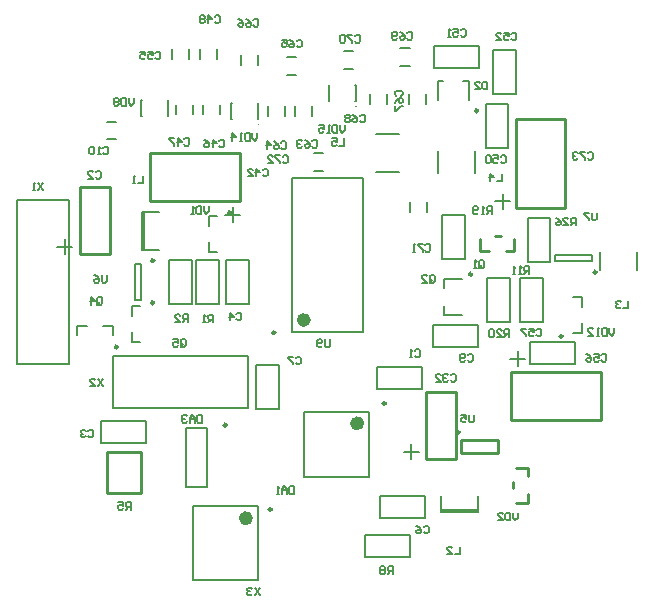
<source format=gbo>
%FSLAX25Y25*%
%MOIN*%
G70*
G01*
G75*
G04 Layer_Color=32896*
%ADD10C,0.01000*%
%ADD11C,0.04000*%
%ADD12C,0.02000*%
%ADD13R,0.08661X0.03937*%
%ADD14R,0.08661X0.12992*%
G04:AMPARAMS|DCode=15|XSize=62.99mil|YSize=39.37mil|CornerRadius=9.84mil|HoleSize=0mil|Usage=FLASHONLY|Rotation=0.000|XOffset=0mil|YOffset=0mil|HoleType=Round|Shape=RoundedRectangle|*
%AMROUNDEDRECTD15*
21,1,0.06299,0.01969,0,0,0.0*
21,1,0.04331,0.03937,0,0,0.0*
1,1,0.01969,0.02165,-0.00984*
1,1,0.01969,-0.02165,-0.00984*
1,1,0.01969,-0.02165,0.00984*
1,1,0.01969,0.02165,0.00984*
%
%ADD15ROUNDEDRECTD15*%
G04:AMPARAMS|DCode=16|XSize=62.99mil|YSize=39.37mil|CornerRadius=9.84mil|HoleSize=0mil|Usage=FLASHONLY|Rotation=90.000|XOffset=0mil|YOffset=0mil|HoleType=Round|Shape=RoundedRectangle|*
%AMROUNDEDRECTD16*
21,1,0.06299,0.01969,0,0,90.0*
21,1,0.04331,0.03937,0,0,90.0*
1,1,0.01969,0.00984,0.02165*
1,1,0.01969,0.00984,-0.02165*
1,1,0.01969,-0.00984,-0.02165*
1,1,0.01969,-0.00984,0.02165*
%
%ADD16ROUNDEDRECTD16*%
%ADD17R,0.01378X0.04921*%
G04:AMPARAMS|DCode=18|XSize=47.24mil|YSize=59.06mil|CornerRadius=11.81mil|HoleSize=0mil|Usage=FLASHONLY|Rotation=0.000|XOffset=0mil|YOffset=0mil|HoleType=Round|Shape=RoundedRectangle|*
%AMROUNDEDRECTD18*
21,1,0.04724,0.03543,0,0,0.0*
21,1,0.02362,0.05906,0,0,0.0*
1,1,0.02362,0.01181,-0.01772*
1,1,0.02362,-0.01181,-0.01772*
1,1,0.02362,-0.01181,0.01772*
1,1,0.02362,0.01181,0.01772*
%
%ADD18ROUNDEDRECTD18*%
G04:AMPARAMS|DCode=19|XSize=47.24mil|YSize=59.06mil|CornerRadius=11.81mil|HoleSize=0mil|Usage=FLASHONLY|Rotation=270.000|XOffset=0mil|YOffset=0mil|HoleType=Round|Shape=RoundedRectangle|*
%AMROUNDEDRECTD19*
21,1,0.04724,0.03543,0,0,270.0*
21,1,0.02362,0.05906,0,0,270.0*
1,1,0.02362,-0.01772,-0.01181*
1,1,0.02362,-0.01772,0.01181*
1,1,0.02362,0.01772,0.01181*
1,1,0.02362,0.01772,-0.01181*
%
%ADD19ROUNDEDRECTD19*%
%ADD20O,0.06890X0.01772*%
%ADD21R,0.02362X0.01969*%
%ADD22R,0.04921X0.01378*%
%ADD23R,0.13780X0.04724*%
%ADD24R,0.04331X0.02559*%
%ADD25R,0.03937X0.08661*%
%ADD26R,0.12992X0.08661*%
%ADD27R,0.10236X0.06102*%
%ADD28R,0.04724X0.13780*%
%ADD29R,0.03937X0.01969*%
%ADD30C,0.11811*%
%ADD31C,0.00800*%
%ADD32C,0.23622*%
%ADD33C,0.05000*%
%ADD34R,0.05906X0.03150*%
%ADD35R,0.11811X0.08268*%
%ADD36R,0.07874X0.14764*%
%ADD37R,0.05118X0.02362*%
%ADD38R,0.12992X0.05512*%
%ADD39R,0.02559X0.04331*%
%ADD40R,0.07874X0.05906*%
%ADD41O,0.05000X0.02992*%
%ADD42R,0.03543X0.03740*%
%ADD43R,0.03543X0.03740*%
%ADD44O,0.07087X0.01181*%
%ADD45O,0.01181X0.07087*%
%ADD46O,0.08661X0.02362*%
%ADD47R,0.07480X0.13386*%
%ADD48R,0.13386X0.07480*%
%ADD49R,0.08268X0.11811*%
%ADD50R,0.03150X0.05906*%
%ADD51R,0.05512X0.03937*%
%ADD52R,0.03937X0.03347*%
%ADD53R,0.03937X0.05512*%
%ADD54R,0.01969X0.03937*%
%ADD55R,0.06299X0.13386*%
%ADD56R,0.13386X0.06299*%
%ADD57R,0.02362X0.05118*%
%ADD58O,0.09055X0.02362*%
%ADD59R,0.14764X0.07874*%
%ADD60C,0.00984*%
%ADD61C,0.00394*%
%ADD62C,0.02362*%
%ADD63C,0.00787*%
%ADD64R,0.09461X0.04737*%
%ADD65R,0.09461X0.13792*%
G04:AMPARAMS|DCode=66|XSize=70.99mil|YSize=47.37mil|CornerRadius=13.84mil|HoleSize=0mil|Usage=FLASHONLY|Rotation=0.000|XOffset=0mil|YOffset=0mil|HoleType=Round|Shape=RoundedRectangle|*
%AMROUNDEDRECTD66*
21,1,0.07099,0.01969,0,0,0.0*
21,1,0.04331,0.04737,0,0,0.0*
1,1,0.02769,0.02165,-0.00984*
1,1,0.02769,-0.02165,-0.00984*
1,1,0.02769,-0.02165,0.00984*
1,1,0.02769,0.02165,0.00984*
%
%ADD66ROUNDEDRECTD66*%
G04:AMPARAMS|DCode=67|XSize=70.99mil|YSize=47.37mil|CornerRadius=13.84mil|HoleSize=0mil|Usage=FLASHONLY|Rotation=90.000|XOffset=0mil|YOffset=0mil|HoleType=Round|Shape=RoundedRectangle|*
%AMROUNDEDRECTD67*
21,1,0.07099,0.01969,0,0,90.0*
21,1,0.04331,0.04737,0,0,90.0*
1,1,0.02769,0.00984,0.02165*
1,1,0.02769,0.00984,-0.02165*
1,1,0.02769,-0.00984,-0.02165*
1,1,0.02769,-0.00984,0.02165*
%
%ADD67ROUNDEDRECTD67*%
%ADD68R,0.02178X0.05721*%
G04:AMPARAMS|DCode=69|XSize=55.24mil|YSize=67.06mil|CornerRadius=15.81mil|HoleSize=0mil|Usage=FLASHONLY|Rotation=0.000|XOffset=0mil|YOffset=0mil|HoleType=Round|Shape=RoundedRectangle|*
%AMROUNDEDRECTD69*
21,1,0.05524,0.03543,0,0,0.0*
21,1,0.02362,0.06706,0,0,0.0*
1,1,0.03162,0.01181,-0.01772*
1,1,0.03162,-0.01181,-0.01772*
1,1,0.03162,-0.01181,0.01772*
1,1,0.03162,0.01181,0.01772*
%
%ADD69ROUNDEDRECTD69*%
G04:AMPARAMS|DCode=70|XSize=55.24mil|YSize=67.06mil|CornerRadius=15.81mil|HoleSize=0mil|Usage=FLASHONLY|Rotation=270.000|XOffset=0mil|YOffset=0mil|HoleType=Round|Shape=RoundedRectangle|*
%AMROUNDEDRECTD70*
21,1,0.05524,0.03543,0,0,270.0*
21,1,0.02362,0.06706,0,0,270.0*
1,1,0.03162,-0.01772,-0.01181*
1,1,0.03162,-0.01772,0.01181*
1,1,0.03162,0.01772,0.01181*
1,1,0.03162,0.01772,-0.01181*
%
%ADD70ROUNDEDRECTD70*%
%ADD71O,0.07690X0.02572*%
%ADD72R,0.03162X0.02769*%
%ADD73R,0.05721X0.02178*%
%ADD74R,0.14579X0.05524*%
%ADD75R,0.05131X0.03359*%
%ADD76R,0.04737X0.09461*%
%ADD77R,0.13792X0.09461*%
%ADD78R,0.11036X0.06902*%
%ADD79R,0.05524X0.14579*%
%ADD80R,0.04737X0.02769*%
%ADD81C,0.12611*%
%ADD82C,0.24422*%
%ADD83C,0.05800*%
%ADD84R,0.06706X0.03950*%
%ADD85R,0.12611X0.09068*%
%ADD86R,0.08674X0.15564*%
%ADD87R,0.05918X0.03162*%
%ADD88R,0.13792X0.06312*%
%ADD89R,0.03359X0.05131*%
%ADD90R,0.08674X0.06706*%
%ADD91O,0.05800X0.03792*%
%ADD92R,0.04343X0.04540*%
%ADD93R,0.04343X0.04540*%
%ADD94O,0.07887X0.01981*%
%ADD95O,0.01981X0.07887*%
%ADD96O,0.09461X0.03162*%
%ADD97R,0.08280X0.14186*%
%ADD98R,0.14186X0.08280*%
%ADD99R,0.09068X0.12611*%
%ADD100R,0.03950X0.06706*%
%ADD101R,0.06312X0.04737*%
%ADD102R,0.04737X0.04147*%
%ADD103R,0.04737X0.06312*%
%ADD104R,0.02769X0.04737*%
%ADD105R,0.07099X0.14186*%
%ADD106R,0.14186X0.07099*%
%ADD107R,0.03162X0.05918*%
%ADD108O,0.09855X0.03162*%
%ADD109R,0.15564X0.08674*%
%ADD110C,0.00984*%
%ADD111C,0.00500*%
D10*
X330102Y164937D02*
G03*
X330102Y164937I-502J0D01*
G01*
X352800Y141500D02*
Y144287D01*
X348800Y141500D02*
X352800D01*
X347772Y146224D02*
Y148224D01*
X352800Y150193D02*
Y152850D01*
X348800D02*
X352800D01*
X337000Y225200D02*
X339787D01*
X337000D02*
Y229200D01*
X341724Y230228D02*
X343724D01*
X345693Y225200D02*
X348350D01*
Y229200D01*
X330693Y162378D02*
X342898D01*
Y158047D02*
Y162378D01*
X330693Y158047D02*
X342898D01*
X330693D02*
Y161984D01*
D31*
X191100Y248099D02*
X189434Y245600D01*
Y248099D02*
X191100Y245600D01*
X188601D02*
X187768D01*
X188184D01*
Y248099D01*
X188601Y247683D01*
X212400Y217299D02*
Y215216D01*
X211983Y214800D01*
X211150D01*
X210734Y215216D01*
Y217299D01*
X208235D02*
X209068Y216883D01*
X209901Y216050D01*
Y215216D01*
X209484Y214800D01*
X208651D01*
X208235Y215216D01*
Y215633D01*
X208651Y216050D01*
X209901D01*
X353200Y217700D02*
Y220199D01*
X351950D01*
X351534Y219783D01*
Y218950D01*
X351950Y218533D01*
X353200D01*
X352367D02*
X351534Y217700D01*
X350701D02*
X349868D01*
X350284D01*
Y220199D01*
X350701Y219783D01*
X348618Y217700D02*
X347785D01*
X348202D01*
Y220199D01*
X348618Y219783D01*
X355634Y199083D02*
X356050Y199499D01*
X356884D01*
X357300Y199083D01*
Y197416D01*
X356884Y197000D01*
X356050D01*
X355634Y197416D01*
X353135Y199499D02*
X354801D01*
Y198250D01*
X353968Y198666D01*
X353551D01*
X353135Y198250D01*
Y197416D01*
X353551Y197000D01*
X354384D01*
X354801Y197416D01*
X352302Y199499D02*
X350636D01*
Y199083D01*
X352302Y197416D01*
Y197000D01*
X377334Y190583D02*
X377750Y190999D01*
X378584D01*
X379000Y190583D01*
Y188917D01*
X378584Y188500D01*
X377750D01*
X377334Y188917D01*
X374835Y190999D02*
X376501D01*
Y189750D01*
X375668Y190166D01*
X375251D01*
X374835Y189750D01*
Y188917D01*
X375251Y188500D01*
X376084D01*
X376501Y188917D01*
X372336Y190999D02*
X373169Y190583D01*
X374002Y189750D01*
Y188917D01*
X373585Y188500D01*
X372752D01*
X372336Y188917D01*
Y189333D01*
X372752Y189750D01*
X374002D01*
X381600Y199599D02*
Y197933D01*
X380767Y197100D01*
X379934Y197933D01*
Y199599D01*
X379101D02*
Y197100D01*
X377851D01*
X377435Y197517D01*
Y199183D01*
X377851Y199599D01*
X379101D01*
X376602Y197100D02*
X375769D01*
X376185D01*
Y199599D01*
X376602Y199183D01*
X372853Y197100D02*
X374519D01*
X372853Y198766D01*
Y199183D01*
X373269Y199599D01*
X374102D01*
X374519Y199183D01*
X386300Y208799D02*
Y206300D01*
X384634D01*
X383801Y208383D02*
X383384Y208799D01*
X382551D01*
X382135Y208383D01*
Y207966D01*
X382551Y207550D01*
X382968D01*
X382551D01*
X382135Y207133D01*
Y206716D01*
X382551Y206300D01*
X383384D01*
X383801Y206716D01*
X375700Y238099D02*
Y236017D01*
X375284Y235600D01*
X374450D01*
X374034Y236017D01*
Y238099D01*
X373201D02*
X371535D01*
Y237683D01*
X373201Y236017D01*
Y235600D01*
X368700Y233900D02*
Y236399D01*
X367450D01*
X367034Y235983D01*
Y235150D01*
X367450Y234733D01*
X368700D01*
X367867D02*
X367034Y233900D01*
X364535D02*
X366201D01*
X364535Y235566D01*
Y235983D01*
X364951Y236399D01*
X365784D01*
X366201Y235983D01*
X362035Y236399D02*
X362869Y235983D01*
X363702Y235150D01*
Y234316D01*
X363285Y233900D01*
X362452D01*
X362035Y234316D01*
Y234733D01*
X362452Y235150D01*
X363702D01*
X291800Y267299D02*
Y265633D01*
X290967Y264800D01*
X290134Y265633D01*
Y267299D01*
X289301D02*
Y264800D01*
X288051D01*
X287635Y265216D01*
Y266883D01*
X288051Y267299D01*
X289301D01*
X286802Y264800D02*
X285969D01*
X286385D01*
Y267299D01*
X286802Y266883D01*
X283053Y267299D02*
X284719D01*
Y266050D01*
X283886Y266466D01*
X283469D01*
X283053Y266050D01*
Y265216D01*
X283469Y264800D01*
X284302D01*
X284719Y265216D01*
X275734Y295283D02*
X276150Y295699D01*
X276983D01*
X277400Y295283D01*
Y293617D01*
X276983Y293200D01*
X276150D01*
X275734Y293617D01*
X273235Y295699D02*
X274068Y295283D01*
X274901Y294450D01*
Y293617D01*
X274484Y293200D01*
X273651D01*
X273235Y293617D01*
Y294033D01*
X273651Y294450D01*
X274901D01*
X270736Y295699D02*
X272402D01*
Y294450D01*
X271569Y294866D01*
X271152D01*
X270736Y294450D01*
Y293617D01*
X271152Y293200D01*
X271985D01*
X272402Y293617D01*
X280934Y261883D02*
X281350Y262299D01*
X282184D01*
X282600Y261883D01*
Y260216D01*
X282184Y259800D01*
X281350D01*
X280934Y260216D01*
X278435Y262299D02*
X279268Y261883D01*
X280101Y261050D01*
Y260216D01*
X279684Y259800D01*
X278851D01*
X278435Y260216D01*
Y260633D01*
X278851Y261050D01*
X280101D01*
X277602Y261883D02*
X277185Y262299D01*
X276352D01*
X275936Y261883D01*
Y261466D01*
X276352Y261050D01*
X276769D01*
X276352D01*
X275936Y260633D01*
Y260216D01*
X276352Y259800D01*
X277185D01*
X277602Y260216D01*
X270534Y261483D02*
X270950Y261899D01*
X271783D01*
X272200Y261483D01*
Y259817D01*
X271783Y259400D01*
X270950D01*
X270534Y259817D01*
X268035Y261899D02*
X268868Y261483D01*
X269701Y260650D01*
Y259817D01*
X269284Y259400D01*
X268451D01*
X268035Y259817D01*
Y260233D01*
X268451Y260650D01*
X269701D01*
X265952Y259400D02*
Y261899D01*
X267202Y260650D01*
X265535D01*
X262600Y264599D02*
Y262933D01*
X261767Y262100D01*
X260934Y262933D01*
Y264599D01*
X260101D02*
Y262100D01*
X258851D01*
X258435Y262516D01*
Y264183D01*
X258851Y264599D01*
X260101D01*
X257602Y262100D02*
X256769D01*
X257185D01*
Y264599D01*
X257602Y264183D01*
X254269Y262100D02*
Y264599D01*
X255519Y263350D01*
X253853D01*
X248434Y303483D02*
X248850Y303899D01*
X249683D01*
X250100Y303483D01*
Y301817D01*
X249683Y301400D01*
X248850D01*
X248434Y301817D01*
X246351Y301400D02*
Y303899D01*
X247601Y302650D01*
X245935D01*
X245102Y303483D02*
X244685Y303899D01*
X243852D01*
X243436Y303483D01*
Y303066D01*
X243852Y302650D01*
X243436Y302233D01*
Y301817D01*
X243852Y301400D01*
X244685D01*
X245102Y301817D01*
Y302233D01*
X244685Y302650D01*
X245102Y303066D01*
Y303483D01*
X244685Y302650D02*
X243852D01*
X228634Y291383D02*
X229050Y291799D01*
X229884D01*
X230300Y291383D01*
Y289717D01*
X229884Y289300D01*
X229050D01*
X228634Y289717D01*
X226135Y291799D02*
X227801D01*
Y290550D01*
X226968Y290966D01*
X226551D01*
X226135Y290550D01*
Y289717D01*
X226551Y289300D01*
X227384D01*
X227801Y289717D01*
X223636Y291799D02*
X225302D01*
Y290550D01*
X224469Y290966D01*
X224052D01*
X223636Y290550D01*
Y289717D01*
X224052Y289300D01*
X224885D01*
X225302Y289717D01*
X249934Y262083D02*
X250350Y262499D01*
X251184D01*
X251600Y262083D01*
Y260417D01*
X251184Y260000D01*
X250350D01*
X249934Y260417D01*
X247851Y260000D02*
Y262499D01*
X249101Y261250D01*
X247435D01*
X244935Y262499D02*
X245769Y262083D01*
X246602Y261250D01*
Y260417D01*
X246185Y260000D01*
X245352D01*
X244935Y260417D01*
Y260833D01*
X245352Y261250D01*
X246602D01*
X238234Y262583D02*
X238650Y262999D01*
X239483D01*
X239900Y262583D01*
Y260916D01*
X239483Y260500D01*
X238650D01*
X238234Y260916D01*
X236151Y260500D02*
Y262999D01*
X237401Y261750D01*
X235735D01*
X234902Y262999D02*
X233236D01*
Y262583D01*
X234902Y260916D01*
Y260500D01*
X221400Y276299D02*
Y274633D01*
X220567Y273800D01*
X219734Y274633D01*
Y276299D01*
X218901D02*
Y273800D01*
X217651D01*
X217235Y274217D01*
Y275883D01*
X217651Y276299D01*
X218901D01*
X216402Y275883D02*
X215985Y276299D01*
X215152D01*
X214736Y275883D01*
Y275466D01*
X215152Y275050D01*
X214736Y274633D01*
Y274217D01*
X215152Y273800D01*
X215985D01*
X216402Y274217D01*
Y274633D01*
X215985Y275050D01*
X216402Y275466D01*
Y275883D01*
X215985Y275050D02*
X215152D01*
X264434Y252383D02*
X264850Y252799D01*
X265684D01*
X266100Y252383D01*
Y250716D01*
X265684Y250300D01*
X264850D01*
X264434Y250716D01*
X262351Y250300D02*
Y252799D01*
X263601Y251550D01*
X261935D01*
X259436Y250300D02*
X261102D01*
X259436Y251966D01*
Y252383D01*
X259852Y252799D01*
X260685D01*
X261102Y252383D01*
X296834Y270383D02*
X297250Y270799D01*
X298083D01*
X298500Y270383D01*
Y268717D01*
X298083Y268300D01*
X297250D01*
X296834Y268717D01*
X294335Y270799D02*
X295168Y270383D01*
X296001Y269550D01*
Y268717D01*
X295584Y268300D01*
X294751D01*
X294335Y268717D01*
Y269133D01*
X294751Y269550D01*
X296001D01*
X293502Y270383D02*
X293085Y270799D01*
X292252D01*
X291835Y270383D01*
Y269966D01*
X292252Y269550D01*
X291835Y269133D01*
Y268717D01*
X292252Y268300D01*
X293085D01*
X293502Y268717D01*
Y269133D01*
X293085Y269550D01*
X293502Y269966D01*
Y270383D01*
X293085Y269550D02*
X292252D01*
X309017Y277134D02*
X308601Y277550D01*
Y278383D01*
X309017Y278800D01*
X310683D01*
X311100Y278383D01*
Y277550D01*
X310683Y277134D01*
X308601Y274635D02*
X309017Y275468D01*
X309850Y276301D01*
X310683D01*
X311100Y275884D01*
Y275051D01*
X310683Y274635D01*
X310267D01*
X309850Y275051D01*
Y276301D01*
X308601Y273802D02*
Y272135D01*
X309017D01*
X310683Y273802D01*
X311100D01*
X295134Y296883D02*
X295550Y297299D01*
X296384D01*
X296800Y296883D01*
Y295216D01*
X296384Y294800D01*
X295550D01*
X295134Y295216D01*
X294301Y297299D02*
X292635D01*
Y296883D01*
X294301Y295216D01*
Y294800D01*
X291802Y296883D02*
X291385Y297299D01*
X290552D01*
X290136Y296883D01*
Y295216D01*
X290552Y294800D01*
X291385D01*
X291802Y295216D01*
Y296883D01*
X312534Y297883D02*
X312950Y298299D01*
X313784D01*
X314200Y297883D01*
Y296217D01*
X313784Y295800D01*
X312950D01*
X312534Y296217D01*
X310035Y298299D02*
X310868Y297883D01*
X311701Y297050D01*
Y296217D01*
X311284Y295800D01*
X310451D01*
X310035Y296217D01*
Y296633D01*
X310451Y297050D01*
X311701D01*
X309202Y296217D02*
X308785Y295800D01*
X307952D01*
X307536Y296217D01*
Y297883D01*
X307952Y298299D01*
X308785D01*
X309202Y297883D01*
Y297466D01*
X308785Y297050D01*
X307536D01*
X327034Y183883D02*
X327450Y184299D01*
X328284D01*
X328700Y183883D01*
Y182217D01*
X328284Y181800D01*
X327450D01*
X327034Y182217D01*
X326201Y183883D02*
X325784Y184299D01*
X324951D01*
X324535Y183883D01*
Y183466D01*
X324951Y183050D01*
X325368D01*
X324951D01*
X324535Y182633D01*
Y182217D01*
X324951Y181800D01*
X325784D01*
X326201Y182217D01*
X322036Y181800D02*
X323702D01*
X322036Y183466D01*
Y183883D01*
X322452Y184299D01*
X323285D01*
X323702Y183883D01*
X263400Y113099D02*
X261734Y110600D01*
Y113099D02*
X263400Y110600D01*
X260901Y112683D02*
X260484Y113099D01*
X259651D01*
X259235Y112683D01*
Y112266D01*
X259651Y111850D01*
X260068D01*
X259651D01*
X259235Y111433D01*
Y111016D01*
X259651Y110600D01*
X260484D01*
X260901Y111016D01*
X339300Y281799D02*
Y279300D01*
X338050D01*
X337634Y279716D01*
Y281383D01*
X338050Y281799D01*
X339300D01*
X335135Y279300D02*
X336801D01*
X335135Y280966D01*
Y281383D01*
X335551Y281799D01*
X336384D01*
X336801Y281383D01*
X220400Y139100D02*
Y141599D01*
X219150D01*
X218734Y141183D01*
Y140350D01*
X219150Y139933D01*
X220400D01*
X219567D02*
X218734Y139100D01*
X216235Y141599D02*
X217901D01*
Y140350D01*
X217068Y140766D01*
X216651D01*
X216235Y140350D01*
Y139516D01*
X216651Y139100D01*
X217484D01*
X217901Y139516D01*
X332734Y190583D02*
X333150Y190999D01*
X333983D01*
X334400Y190583D01*
Y188917D01*
X333983Y188500D01*
X333150D01*
X332734Y188917D01*
X331901D02*
X331484Y188500D01*
X330651D01*
X330235Y188917D01*
Y190583D01*
X330651Y190999D01*
X331484D01*
X331901Y190583D01*
Y190166D01*
X331484Y189750D01*
X330235D01*
X315184Y192133D02*
X315600Y192549D01*
X316434D01*
X316850Y192133D01*
Y190466D01*
X316434Y190050D01*
X315600D01*
X315184Y190466D01*
X314351Y190050D02*
X313518D01*
X313934D01*
Y192549D01*
X314351Y192133D01*
X208734Y251583D02*
X209150Y251999D01*
X209983D01*
X210400Y251583D01*
Y249917D01*
X209983Y249500D01*
X209150D01*
X208734Y249917D01*
X206235Y249500D02*
X207901D01*
X206235Y251166D01*
Y251583D01*
X206651Y251999D01*
X207484D01*
X207901Y251583D01*
X206268Y165311D02*
X206685Y165727D01*
X207518D01*
X207934Y165311D01*
Y163645D01*
X207518Y163228D01*
X206685D01*
X206268Y163645D01*
X205435Y165311D02*
X205019Y165727D01*
X204186D01*
X203769Y165311D01*
Y164894D01*
X204186Y164478D01*
X204602D01*
X204186D01*
X203769Y164061D01*
Y163645D01*
X204186Y163228D01*
X205019D01*
X205435Y163645D01*
X255634Y204283D02*
X256050Y204699D01*
X256884D01*
X257300Y204283D01*
Y202617D01*
X256884Y202200D01*
X256050D01*
X255634Y202617D01*
X253551Y202200D02*
Y204699D01*
X254801Y203450D01*
X253135D01*
X275434Y189683D02*
X275850Y190099D01*
X276683D01*
X277100Y189683D01*
Y188016D01*
X276683Y187600D01*
X275850D01*
X275434Y188016D01*
X274601Y190099D02*
X272935D01*
Y189683D01*
X274601Y188016D01*
Y187600D01*
X343734Y256783D02*
X344150Y257199D01*
X344984D01*
X345400Y256783D01*
Y255117D01*
X344984Y254700D01*
X344150D01*
X343734Y255117D01*
X341235Y257199D02*
X342901D01*
Y255950D01*
X342068Y256366D01*
X341651D01*
X341235Y255950D01*
Y255117D01*
X341651Y254700D01*
X342484D01*
X342901Y255117D01*
X340402Y256783D02*
X339985Y257199D01*
X339152D01*
X338736Y256783D01*
Y255117D01*
X339152Y254700D01*
X339985D01*
X340402Y255117D01*
Y256783D01*
X330434Y298883D02*
X330850Y299299D01*
X331683D01*
X332100Y298883D01*
Y297217D01*
X331683Y296800D01*
X330850D01*
X330434Y297217D01*
X327935Y299299D02*
X329601D01*
Y298050D01*
X328768Y298466D01*
X328351D01*
X327935Y298050D01*
Y297217D01*
X328351Y296800D01*
X329184D01*
X329601Y297217D01*
X327102Y296800D02*
X326269D01*
X326685D01*
Y299299D01*
X327102Y298883D01*
X347334Y297683D02*
X347750Y298099D01*
X348584D01*
X349000Y297683D01*
Y296017D01*
X348584Y295600D01*
X347750D01*
X347334Y296017D01*
X344835Y298099D02*
X346501D01*
Y296850D01*
X345668Y297266D01*
X345251D01*
X344835Y296850D01*
Y296017D01*
X345251Y295600D01*
X346084D01*
X346501Y296017D01*
X342336Y295600D02*
X344002D01*
X342336Y297266D01*
Y297683D01*
X342752Y298099D01*
X343585D01*
X344002Y297683D01*
X274900Y146899D02*
Y144400D01*
X273650D01*
X273234Y144817D01*
Y146483D01*
X273650Y146899D01*
X274900D01*
X272401Y144400D02*
Y146066D01*
X271568Y146899D01*
X270735Y146066D01*
Y144400D01*
Y145650D01*
X272401D01*
X269902Y144400D02*
X269069D01*
X269485D01*
Y146899D01*
X269902Y146483D01*
X244200Y170599D02*
Y168100D01*
X242950D01*
X242534Y168517D01*
Y170183D01*
X242950Y170599D01*
X244200D01*
X241701Y168100D02*
Y169766D01*
X240868Y170599D01*
X240035Y169766D01*
Y168100D01*
Y169350D01*
X241701D01*
X239202Y170183D02*
X238785Y170599D01*
X237952D01*
X237536Y170183D01*
Y169766D01*
X237952Y169350D01*
X238369D01*
X237952D01*
X237536Y168933D01*
Y168517D01*
X237952Y168100D01*
X238785D01*
X239202Y168517D01*
X224400Y250399D02*
Y247900D01*
X222734D01*
X221901D02*
X221068D01*
X221484D01*
Y250399D01*
X221901Y249983D01*
X330100Y126699D02*
Y124200D01*
X328434D01*
X325935D02*
X327601D01*
X325935Y125866D01*
Y126283D01*
X326351Y126699D01*
X327184D01*
X327601Y126283D01*
X247900Y201600D02*
Y204099D01*
X246650D01*
X246234Y203683D01*
Y202850D01*
X246650Y202433D01*
X247900D01*
X247067D02*
X246234Y201600D01*
X245401D02*
X244568D01*
X244984D01*
Y204099D01*
X245401Y203683D01*
X239500Y201700D02*
Y204199D01*
X238250D01*
X237834Y203783D01*
Y202950D01*
X238250Y202533D01*
X239500D01*
X238667D02*
X237834Y201700D01*
X235335D02*
X237001D01*
X235335Y203366D01*
Y203783D01*
X235751Y204199D01*
X236584D01*
X237001Y203783D01*
X307700Y117700D02*
Y120199D01*
X306450D01*
X306034Y119783D01*
Y118950D01*
X306450Y118533D01*
X307700D01*
X306867D02*
X306034Y117700D01*
X305201Y119783D02*
X304784Y120199D01*
X303951D01*
X303535Y119783D01*
Y119366D01*
X303951Y118950D01*
X303535Y118533D01*
Y118116D01*
X303951Y117700D01*
X304784D01*
X305201Y118116D01*
Y118533D01*
X304784Y118950D01*
X305201Y119366D01*
Y119783D01*
X304784Y118950D02*
X303951D01*
X246500Y240199D02*
Y238533D01*
X245667Y237700D01*
X244834Y238533D01*
Y240199D01*
X244001D02*
Y237700D01*
X242751D01*
X242335Y238117D01*
Y239783D01*
X242751Y240199D01*
X244001D01*
X241502Y237700D02*
X240669D01*
X241085D01*
Y240199D01*
X241502Y239783D01*
X211100Y182699D02*
X209434Y180200D01*
Y182699D02*
X211100Y180200D01*
X206935D02*
X208601D01*
X206935Y181866D01*
Y182283D01*
X207351Y182699D01*
X208184D01*
X208601Y182283D01*
X349500Y138099D02*
Y136433D01*
X348667Y135600D01*
X347834Y136433D01*
Y138099D01*
X347001D02*
Y135600D01*
X345751D01*
X345335Y136016D01*
Y137683D01*
X345751Y138099D01*
X347001D01*
X342835Y135600D02*
X344502D01*
X342835Y137266D01*
Y137683D01*
X343252Y138099D01*
X344085D01*
X344502Y137683D01*
X320034Y215216D02*
Y216883D01*
X320450Y217299D01*
X321284D01*
X321700Y216883D01*
Y215216D01*
X321284Y214800D01*
X320450D01*
X320867Y215633D02*
X320034Y214800D01*
X320450D02*
X320034Y215216D01*
X317535Y214800D02*
X319201D01*
X317535Y216466D01*
Y216883D01*
X317951Y217299D01*
X318784D01*
X319201Y216883D01*
X336534Y220116D02*
Y221783D01*
X336950Y222199D01*
X337784D01*
X338200Y221783D01*
Y220116D01*
X337784Y219700D01*
X336950D01*
X337367Y220533D02*
X336534Y219700D01*
X336950D02*
X336534Y220116D01*
X335701Y219700D02*
X334868D01*
X335284D01*
Y222199D01*
X335701Y221783D01*
X346600Y196700D02*
Y199199D01*
X345350D01*
X344934Y198783D01*
Y197950D01*
X345350Y197533D01*
X346600D01*
X345767D02*
X344934Y196700D01*
X342435D02*
X344101D01*
X342435Y198366D01*
Y198783D01*
X342851Y199199D01*
X343684D01*
X344101Y198783D01*
X341602D02*
X341185Y199199D01*
X340352D01*
X339935Y198783D01*
Y197116D01*
X340352Y196700D01*
X341185D01*
X341602Y197116D01*
Y198783D01*
X334800Y170699D02*
Y168616D01*
X334384Y168200D01*
X333550D01*
X333134Y168616D01*
Y170699D01*
X330635D02*
X332301D01*
Y169450D01*
X331468Y169866D01*
X331051D01*
X330635Y169450D01*
Y168616D01*
X331051Y168200D01*
X331884D01*
X332301Y168616D01*
X340800Y237700D02*
Y240199D01*
X339550D01*
X339134Y239783D01*
Y238950D01*
X339550Y238533D01*
X340800D01*
X339967D02*
X339134Y237700D01*
X338301D02*
X337468D01*
X337884D01*
Y240199D01*
X338301Y239783D01*
X336218Y238117D02*
X335802Y237700D01*
X334969D01*
X334552Y238117D01*
Y239783D01*
X334969Y240199D01*
X335802D01*
X336218Y239783D01*
Y239366D01*
X335802Y238950D01*
X334552D01*
X291600Y262899D02*
Y260400D01*
X289934D01*
X287435Y262899D02*
X289101D01*
Y261650D01*
X288268Y262066D01*
X287851D01*
X287435Y261650D01*
Y260817D01*
X287851Y260400D01*
X288684D01*
X289101Y260817D01*
X344100Y251099D02*
Y248600D01*
X342434D01*
X340351D02*
Y251099D01*
X341601Y249850D01*
X339935D01*
X209334Y207916D02*
Y209583D01*
X209750Y209999D01*
X210583D01*
X211000Y209583D01*
Y207916D01*
X210583Y207500D01*
X209750D01*
X210167Y208333D02*
X209334Y207500D01*
X209750D02*
X209334Y207916D01*
X207251Y207500D02*
Y209999D01*
X208501Y208750D01*
X206835D01*
X237034Y193916D02*
Y195583D01*
X237450Y195999D01*
X238283D01*
X238700Y195583D01*
Y193916D01*
X238283Y193500D01*
X237450D01*
X237867Y194333D02*
X237034Y193500D01*
X237450D02*
X237034Y193916D01*
X234535Y195999D02*
X236201D01*
Y194750D01*
X235368Y195166D01*
X234951D01*
X234535Y194750D01*
Y193916D01*
X234951Y193500D01*
X235784D01*
X236201Y193916D01*
X318034Y133283D02*
X318450Y133699D01*
X319284D01*
X319700Y133283D01*
Y131616D01*
X319284Y131200D01*
X318450D01*
X318034Y131616D01*
X315535Y133699D02*
X316368Y133283D01*
X317201Y132450D01*
Y131616D01*
X316784Y131200D01*
X315951D01*
X315535Y131616D01*
Y132033D01*
X315951Y132450D01*
X317201D01*
X318534Y227183D02*
X318950Y227599D01*
X319783D01*
X320200Y227183D01*
Y225517D01*
X319783Y225100D01*
X318950D01*
X318534Y225517D01*
X317701Y227599D02*
X316035D01*
Y227183D01*
X317701Y225517D01*
Y225100D01*
X315202D02*
X314369D01*
X314785D01*
Y227599D01*
X315202Y227183D01*
X271034Y256783D02*
X271450Y257199D01*
X272284D01*
X272700Y256783D01*
Y255117D01*
X272284Y254700D01*
X271450D01*
X271034Y255117D01*
X270201Y257199D02*
X268535D01*
Y256783D01*
X270201Y255117D01*
Y254700D01*
X266036D02*
X267702D01*
X266036Y256366D01*
Y256783D01*
X266452Y257199D01*
X267285D01*
X267702Y256783D01*
X286800Y195899D02*
Y193816D01*
X286384Y193400D01*
X285550D01*
X285134Y193816D01*
Y195899D01*
X284301Y193816D02*
X283884Y193400D01*
X283051D01*
X282635Y193816D01*
Y195483D01*
X283051Y195899D01*
X283884D01*
X284301Y195483D01*
Y195066D01*
X283884Y194650D01*
X282635D01*
X211234Y259683D02*
X211650Y260099D01*
X212484D01*
X212900Y259683D01*
Y258016D01*
X212484Y257600D01*
X211650D01*
X211234Y258016D01*
X210401Y257600D02*
X209568D01*
X209984D01*
Y260099D01*
X210401Y259683D01*
X208318D02*
X207902Y260099D01*
X207069D01*
X206652Y259683D01*
Y258016D01*
X207069Y257600D01*
X207902D01*
X208318Y258016D01*
Y259683D01*
X261334Y302183D02*
X261750Y302599D01*
X262583D01*
X263000Y302183D01*
Y300517D01*
X262583Y300100D01*
X261750D01*
X261334Y300517D01*
X258835Y302599D02*
X259668Y302183D01*
X260501Y301350D01*
Y300517D01*
X260084Y300100D01*
X259251D01*
X258835Y300517D01*
Y300933D01*
X259251Y301350D01*
X260501D01*
X256335Y302599D02*
X257169Y302183D01*
X258002Y301350D01*
Y300517D01*
X257585Y300100D01*
X256752D01*
X256335Y300517D01*
Y300933D01*
X256752Y301350D01*
X258002D01*
X372734Y257883D02*
X373150Y258299D01*
X373984D01*
X374400Y257883D01*
Y256217D01*
X373984Y255800D01*
X373150D01*
X372734Y256217D01*
X371901Y258299D02*
X370235D01*
Y257883D01*
X371901Y256217D01*
Y255800D01*
X369402Y257883D02*
X368985Y258299D01*
X368152D01*
X367736Y257883D01*
Y257466D01*
X368152Y257050D01*
X368569D01*
X368152D01*
X367736Y256633D01*
Y256217D01*
X368152Y255800D01*
X368985D01*
X369402Y256217D01*
D60*
X228217Y222185D02*
G03*
X228217Y222185I-492J0D01*
G01*
X364358Y196913D02*
G03*
X364358Y196913I-492J0D01*
G01*
X375677Y218276D02*
G03*
X375677Y218276I-492J0D01*
G01*
X267433Y139161D02*
G03*
X267433Y139161I-492J0D01*
G01*
X336169Y272079D02*
G03*
X336169Y272079I-492J0D01*
G01*
X305437Y174583D02*
G03*
X305437Y174583I-492J0D01*
G01*
X252384Y167353D02*
G03*
X252384Y167353I-492J0D01*
G01*
X253826Y238087D02*
G03*
X253826Y238087I-492J0D01*
G01*
X216079Y193366D02*
G03*
X216079Y193366I-492J0D01*
G01*
X228126Y208087D02*
G03*
X228126Y208087I-492J0D01*
G01*
X268579Y198153D02*
G03*
X268579Y198153I-492J0D01*
G01*
X347177Y168968D02*
X377098D01*
X347177Y185110D02*
X377098D01*
Y168968D02*
Y185110D01*
X347177Y168968D02*
Y185110D01*
X226902Y258032D02*
X256823D01*
X226902Y241890D02*
X256823D01*
X226902D02*
Y258032D01*
X256823Y241890D02*
Y258032D01*
X319000Y156000D02*
X329000D01*
X319000Y178500D02*
X329000D01*
X319000Y156000D02*
Y178500D01*
X329000Y156000D02*
Y178500D01*
X212537Y144814D02*
X223955D01*
X212537Y158200D02*
X223955D01*
X212537Y144814D02*
Y158200D01*
X223955Y144814D02*
Y158200D01*
X213500Y224300D02*
Y246800D01*
X203500Y224300D02*
Y246800D01*
X213500D01*
X203500Y224300D02*
X213500D01*
X365036Y239571D02*
Y269492D01*
X348894Y239571D02*
Y269492D01*
X365036D01*
X348894Y239571D02*
X365036D01*
D61*
X295724Y273669D02*
G03*
X295724Y273669I-197J0D01*
G01*
X263224Y267669D02*
G03*
X263224Y267669I-197J0D01*
G01*
X233224Y268721D02*
G03*
X233224Y268721I-197J0D01*
G01*
D62*
X259972Y136268D02*
G03*
X259972Y136268I-1181J0D01*
G01*
X297071Y167890D02*
G03*
X297071Y167890I-1181J0D01*
G01*
X279307Y202346D02*
G03*
X279307Y202346I-1181J0D01*
G01*
D63*
X182445Y187524D02*
X199945D01*
X182445Y242386D02*
X199945D01*
X182445Y187524D02*
Y242386D01*
X199945Y187524D02*
Y242386D01*
X222016Y221102D02*
X223984D01*
X222016Y208898D02*
X223984D01*
Y221102D01*
X222016Y208898D02*
Y221102D01*
X350220Y201520D02*
X357701D01*
X350220Y216480D02*
X357701D01*
X350220Y201520D02*
Y216480D01*
X357701Y201520D02*
Y216480D01*
X353457Y187681D02*
Y195161D01*
X368417Y187681D02*
Y195161D01*
X353457D02*
X368417D01*
X353457Y187681D02*
X368417D01*
X370756Y206756D02*
Y209906D01*
X368000D02*
X370756D01*
Y198094D02*
Y201244D01*
X368000Y198094D02*
X370756D01*
X376898Y218850D02*
Y225150D01*
X389102Y218850D02*
Y225150D01*
X374102Y222016D02*
Y223984D01*
X361898Y222016D02*
Y223984D01*
Y222016D02*
X374102D01*
X361898Y223984D02*
X374102D01*
X352720Y221520D02*
X360201D01*
X352720Y236480D02*
X360201D01*
X352720Y221520D02*
Y236480D01*
X360201Y221520D02*
Y236480D01*
X295528Y275244D02*
Y280756D01*
X286472Y275244D02*
Y280756D01*
X295331D02*
X295528D01*
X295331Y275244D02*
X295528D01*
X286472Y280756D02*
X286669D01*
X286472Y275244D02*
X286669D01*
X272425Y289854D02*
X275575D01*
X272425Y284146D02*
X275575D01*
X280854Y270425D02*
Y273575D01*
X275146Y270425D02*
Y273575D01*
X266146Y270425D02*
Y273575D01*
X271854Y270425D02*
Y273575D01*
X253972Y269244D02*
X254169D01*
X253972Y274756D02*
X254169D01*
X262831Y269244D02*
X263028D01*
X262831Y274756D02*
X263028D01*
X253972Y269244D02*
Y274756D01*
X263028Y269244D02*
Y274756D01*
X249354Y289425D02*
Y292575D01*
X243646Y289425D02*
Y292575D01*
X234146Y289425D02*
Y292575D01*
X239854Y289425D02*
Y292575D01*
X244646Y270976D02*
Y274126D01*
X250354Y270976D02*
Y274126D01*
X241354Y270976D02*
Y274126D01*
X235646Y270976D02*
Y274126D01*
X233028Y270295D02*
Y275807D01*
X223972Y270295D02*
Y275807D01*
X232831D02*
X233028D01*
X232831Y270295D02*
X233028D01*
X223972Y275807D02*
X224169D01*
X223972Y270295D02*
X224169D01*
X305854Y274425D02*
Y277575D01*
X300146Y274425D02*
Y277575D01*
X313146Y274425D02*
Y277575D01*
X318854Y274425D02*
Y277575D01*
X291425Y286146D02*
X294575D01*
X291425Y291854D02*
X294575D01*
X310225Y287146D02*
X313375D01*
X310225Y292854D02*
X313375D01*
X262728Y115795D02*
Y140205D01*
X241272Y115795D02*
Y140205D01*
X262728D01*
X241272Y115795D02*
X262728D01*
X322882Y281921D02*
X324654D01*
X331347D02*
X333118D01*
Y275524D02*
Y281921D01*
X322882Y275524D02*
Y281921D01*
X336224Y193220D02*
Y200701D01*
X321264Y193220D02*
Y200701D01*
Y193220D02*
X336224D01*
X321264Y200701D02*
X336224D01*
X317480Y179220D02*
Y186701D01*
X302520Y179220D02*
Y186701D01*
Y179220D02*
X317480D01*
X302520Y186701D02*
X317480D01*
X210520Y161299D02*
Y168780D01*
X225480Y161299D02*
Y168780D01*
X210520D02*
X225480D01*
X210520Y161299D02*
X225480D01*
X252299Y222480D02*
X259780D01*
X252299Y207520D02*
X259780D01*
Y222480D01*
X252299Y207520D02*
Y222480D01*
X262221Y172520D02*
X269701D01*
X262221Y187480D02*
X269701D01*
X262221Y172520D02*
Y187480D01*
X269701Y172520D02*
Y187480D01*
X338720Y259520D02*
X346201D01*
X338720Y274480D02*
X346201D01*
X338720Y259520D02*
Y274480D01*
X346201Y259520D02*
Y274480D01*
X321520Y286299D02*
Y293779D01*
X336480Y286299D02*
Y293779D01*
X321520D02*
X336480D01*
X321520Y286299D02*
X336480D01*
X341299Y292480D02*
X348780D01*
X341299Y277520D02*
X348780D01*
Y292480D01*
X341299Y277520D02*
Y292480D01*
X299827Y150173D02*
Y171827D01*
X278173Y150173D02*
Y171827D01*
X299827D01*
X278173Y150173D02*
X299827D01*
X238899Y146664D02*
X245986D01*
X238899Y166349D02*
X245986D01*
X238899Y146664D02*
Y166349D01*
X245986Y146664D02*
Y166349D01*
X224244Y225701D02*
X229756D01*
X224244Y238299D02*
X229756D01*
X224244Y225701D02*
Y238299D01*
X224992Y225701D02*
Y238299D01*
X336299Y138244D02*
Y143756D01*
X323701Y138244D02*
Y143756D01*
Y138244D02*
X336299D01*
X323701Y138992D02*
X336299D01*
X242299Y222480D02*
X249780D01*
X242299Y207520D02*
X249780D01*
Y222480D01*
X242299Y207520D02*
Y222480D01*
X233221Y207520D02*
X240701D01*
X233221Y222480D02*
X240701D01*
X233221Y207520D02*
Y222480D01*
X240701Y207520D02*
Y222480D01*
X298420Y123199D02*
Y130680D01*
X313380Y123199D02*
Y130680D01*
X298420D02*
X313380D01*
X298420Y123199D02*
X313380D01*
X246444Y225095D02*
Y228244D01*
Y225095D02*
X249200D01*
X246444Y233756D02*
Y236906D01*
X249200D01*
X259500Y173000D02*
Y190500D01*
X214500Y173000D02*
Y190500D01*
Y173000D02*
X259500D01*
X214500Y190500D02*
X259500D01*
X325000Y204000D02*
X331000D01*
X325000Y216000D02*
X331000D01*
X325000Y204000D02*
Y207000D01*
Y213000D02*
Y216000D01*
X339299Y216480D02*
X346779D01*
X339299Y201520D02*
X346779D01*
Y216480D01*
X339299Y201520D02*
Y216480D01*
X324299Y237480D02*
X331780D01*
X324299Y222520D02*
X331780D01*
Y237480D01*
X324299Y222520D02*
Y237480D01*
X302260Y264299D02*
X309740D01*
X302260Y251701D02*
X309740D01*
X322701Y251260D02*
Y258740D01*
X335299Y251260D02*
Y258740D01*
X214405Y197500D02*
Y200256D01*
X211256D02*
X214405D01*
X202594Y197500D02*
Y200256D01*
X205744D01*
X220744Y206906D02*
X223500D01*
X220744Y203756D02*
Y206906D01*
Y195095D02*
X223500D01*
X220744D02*
Y198244D01*
X318480Y136221D02*
Y143701D01*
X303520Y136221D02*
Y143701D01*
Y136221D02*
X318480D01*
X303520Y143701D02*
X318480D01*
X313646Y238425D02*
Y241575D01*
X319354Y238425D02*
Y241575D01*
X281425Y252146D02*
X284575D01*
X281425Y257854D02*
X284575D01*
X274189Y198409D02*
Y249590D01*
X297811Y198409D02*
Y249590D01*
X274189Y198409D02*
X297811D01*
X274189Y249590D02*
X297811D01*
X212425Y268354D02*
X215575D01*
X212425Y262646D02*
X215575D01*
X262854Y287425D02*
Y290575D01*
X257146Y287425D02*
Y290575D01*
D110*
X334216Y217579D02*
G03*
X334216Y217579I-492J0D01*
G01*
D111*
X349500Y187000D02*
Y192000D01*
X347000Y189500D02*
X352000D01*
X254500Y235000D02*
Y240000D01*
X252000Y237500D02*
X257000D01*
X314000Y156000D02*
Y161000D01*
X311500Y158500D02*
X316500D01*
X196000Y226800D02*
X201000D01*
X198500Y224300D02*
Y229300D01*
X342004Y241894D02*
X347005D01*
X344504Y239394D02*
Y244394D01*
M02*

</source>
